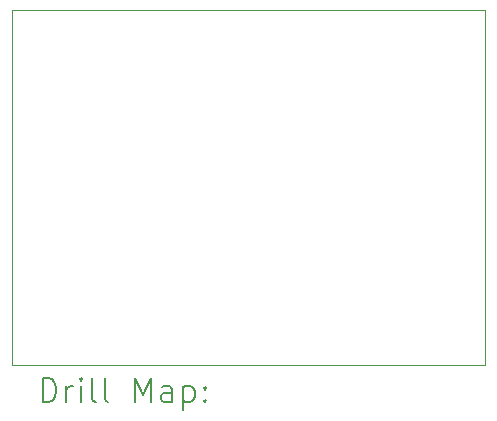
<source format=gbr>
%TF.GenerationSoftware,KiCad,Pcbnew,7.0.11-7.0.11~ubuntu22.04.1*%
%TF.CreationDate,2024-12-10T04:55:34+01:00*%
%TF.ProjectId,40_to_WP27D-P050VA3,34305f74-6f5f-4575-9032-37442d503035,rev?*%
%TF.SameCoordinates,Original*%
%TF.FileFunction,Drillmap*%
%TF.FilePolarity,Positive*%
%FSLAX45Y45*%
G04 Gerber Fmt 4.5, Leading zero omitted, Abs format (unit mm)*
G04 Created by KiCad (PCBNEW 7.0.11-7.0.11~ubuntu22.04.1) date 2024-12-10 04:55:34*
%MOMM*%
%LPD*%
G01*
G04 APERTURE LIST*
%ADD10C,0.100000*%
%ADD11C,0.200000*%
G04 APERTURE END LIST*
D10*
X1405000Y-900000D02*
X5405000Y-900000D01*
X5405000Y-3900000D01*
X1405000Y-3900000D01*
X1405000Y-900000D01*
D11*
X1660777Y-4216484D02*
X1660777Y-4016484D01*
X1660777Y-4016484D02*
X1708396Y-4016484D01*
X1708396Y-4016484D02*
X1736967Y-4026008D01*
X1736967Y-4026008D02*
X1756015Y-4045055D01*
X1756015Y-4045055D02*
X1765539Y-4064103D01*
X1765539Y-4064103D02*
X1775062Y-4102198D01*
X1775062Y-4102198D02*
X1775062Y-4130769D01*
X1775062Y-4130769D02*
X1765539Y-4168865D01*
X1765539Y-4168865D02*
X1756015Y-4187912D01*
X1756015Y-4187912D02*
X1736967Y-4206960D01*
X1736967Y-4206960D02*
X1708396Y-4216484D01*
X1708396Y-4216484D02*
X1660777Y-4216484D01*
X1860777Y-4216484D02*
X1860777Y-4083150D01*
X1860777Y-4121246D02*
X1870301Y-4102198D01*
X1870301Y-4102198D02*
X1879824Y-4092674D01*
X1879824Y-4092674D02*
X1898872Y-4083150D01*
X1898872Y-4083150D02*
X1917920Y-4083150D01*
X1984586Y-4216484D02*
X1984586Y-4083150D01*
X1984586Y-4016484D02*
X1975062Y-4026008D01*
X1975062Y-4026008D02*
X1984586Y-4035531D01*
X1984586Y-4035531D02*
X1994110Y-4026008D01*
X1994110Y-4026008D02*
X1984586Y-4016484D01*
X1984586Y-4016484D02*
X1984586Y-4035531D01*
X2108396Y-4216484D02*
X2089348Y-4206960D01*
X2089348Y-4206960D02*
X2079824Y-4187912D01*
X2079824Y-4187912D02*
X2079824Y-4016484D01*
X2213158Y-4216484D02*
X2194110Y-4206960D01*
X2194110Y-4206960D02*
X2184586Y-4187912D01*
X2184586Y-4187912D02*
X2184586Y-4016484D01*
X2441729Y-4216484D02*
X2441729Y-4016484D01*
X2441729Y-4016484D02*
X2508396Y-4159341D01*
X2508396Y-4159341D02*
X2575063Y-4016484D01*
X2575063Y-4016484D02*
X2575063Y-4216484D01*
X2756015Y-4216484D02*
X2756015Y-4111722D01*
X2756015Y-4111722D02*
X2746491Y-4092674D01*
X2746491Y-4092674D02*
X2727444Y-4083150D01*
X2727444Y-4083150D02*
X2689348Y-4083150D01*
X2689348Y-4083150D02*
X2670301Y-4092674D01*
X2756015Y-4206960D02*
X2736967Y-4216484D01*
X2736967Y-4216484D02*
X2689348Y-4216484D01*
X2689348Y-4216484D02*
X2670301Y-4206960D01*
X2670301Y-4206960D02*
X2660777Y-4187912D01*
X2660777Y-4187912D02*
X2660777Y-4168865D01*
X2660777Y-4168865D02*
X2670301Y-4149817D01*
X2670301Y-4149817D02*
X2689348Y-4140293D01*
X2689348Y-4140293D02*
X2736967Y-4140293D01*
X2736967Y-4140293D02*
X2756015Y-4130769D01*
X2851253Y-4083150D02*
X2851253Y-4283150D01*
X2851253Y-4092674D02*
X2870301Y-4083150D01*
X2870301Y-4083150D02*
X2908396Y-4083150D01*
X2908396Y-4083150D02*
X2927443Y-4092674D01*
X2927443Y-4092674D02*
X2936967Y-4102198D01*
X2936967Y-4102198D02*
X2946491Y-4121246D01*
X2946491Y-4121246D02*
X2946491Y-4178388D01*
X2946491Y-4178388D02*
X2936967Y-4197436D01*
X2936967Y-4197436D02*
X2927443Y-4206960D01*
X2927443Y-4206960D02*
X2908396Y-4216484D01*
X2908396Y-4216484D02*
X2870301Y-4216484D01*
X2870301Y-4216484D02*
X2851253Y-4206960D01*
X3032205Y-4197436D02*
X3041729Y-4206960D01*
X3041729Y-4206960D02*
X3032205Y-4216484D01*
X3032205Y-4216484D02*
X3022682Y-4206960D01*
X3022682Y-4206960D02*
X3032205Y-4197436D01*
X3032205Y-4197436D02*
X3032205Y-4216484D01*
X3032205Y-4092674D02*
X3041729Y-4102198D01*
X3041729Y-4102198D02*
X3032205Y-4111722D01*
X3032205Y-4111722D02*
X3022682Y-4102198D01*
X3022682Y-4102198D02*
X3032205Y-4092674D01*
X3032205Y-4092674D02*
X3032205Y-4111722D01*
M02*

</source>
